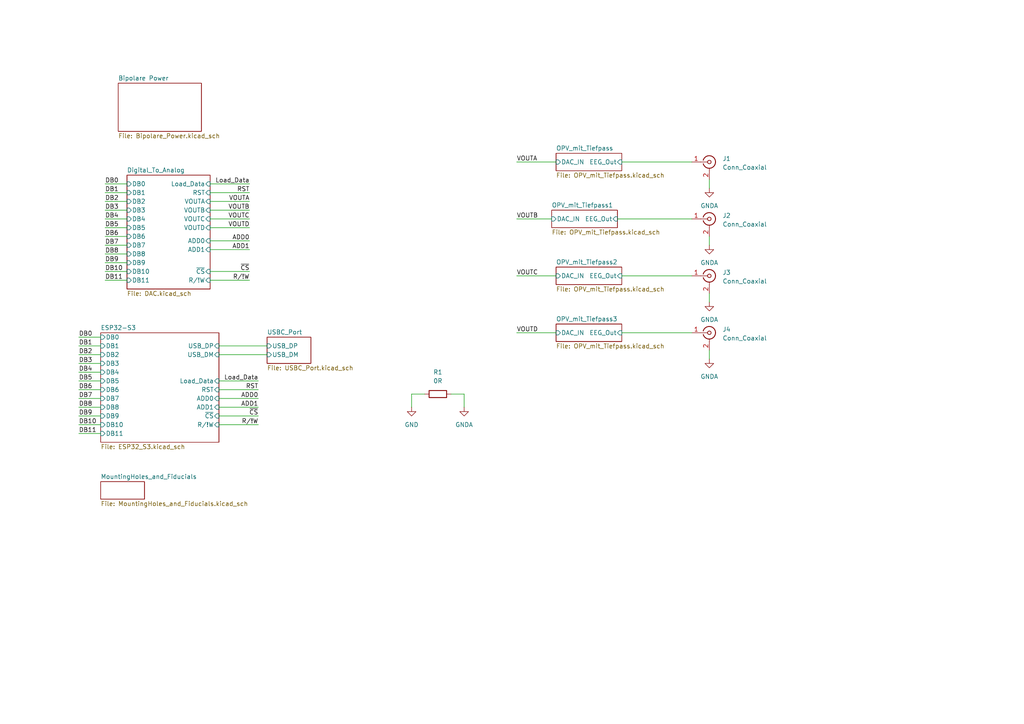
<source format=kicad_sch>
(kicad_sch (version 20231120) (generator "eeschema") (generator_version "8.0")
  (paper "A4")
  (lib_symbols
    (symbol "Connector:Conn_Coaxial" (pin_names (offset 1.016) hide)
      (property "Reference" "J" (at 0.254 3.048 0))
      (property "Value" "Conn_Coaxial" (at 2.921 0 90))
      (symbol "Conn_Coaxial_0_1"
        (arc (start -1.778 -0.508) (mid 0.2311 -1.8066) (end 1.778 0) (stroke (width 0.254)))
        (polyline (pts (xy -2.54 0) (xy -0.508 0)))
        (polyline (pts (xy 0 -2.54) (xy 0 -1.778)))
        (circle (center 0 0) (radius 0.508) (stroke (width 0.2032)))
        (arc (start 1.778 0) (mid 0.2099 1.8101) (end -1.778 0.508) (stroke (width 0.254)))
      )
      (symbol "Conn_Coaxial_1_1"
        (pin passive line (at -5.08 0 0) (length 2.54) (name "In") (number "1"))
        (pin passive line (at 0 -5.08 90) (length 2.54) (name "Ext") (number "2"))
      )
    )
    (symbol "Device:R" (pin_numbers hide) (pin_names (offset 0))
      (property "Reference" "R" (at 2.032 0 90))
      (property "Value" "R" (at 0 0 90))
      (symbol "R_0_1"
        (rectangle (start -1.016 -2.54) (end 1.016 2.54) (stroke (width 0.254)))
      )
      (symbol "R_1_1"
        (pin passive line (at 0 3.81 270) (length 1.27) (name "~") (number "1"))
        (pin passive line (at 0 -3.81 90) (length 1.27) (name "~") (number "2"))
      )
    )
    (symbol "power:GND" (power) (pin_numbers hide) (pin_names (offset 0) hide)
      (property "Value" "GND" (at 0 -3.81 0))
      (symbol "GND_0_1"
        (polyline (pts (xy 0 0) (xy 0 -1.27) (xy 1.27 -1.27) (xy 0 -2.54) (xy -1.27 -1.27) (xy 0 -1.27)))
      )
      (symbol "GND_1_1"
        (pin power_in line (at 0 0 270) (length 0) (name "~") (number "1"))
      )
    )
    (symbol "power:GNDA" (power) (pin_numbers hide) (pin_names (offset 0) hide)
      (property "Value" "GNDA" (at 0 -3.81 0))
      (symbol "GNDA_0_1"
        (polyline (pts (xy 0 0) (xy 0 -1.27) (xy 1.27 -1.27) (xy 0 -2.54) (xy -1.27 -1.27) (xy 0 -1.27)))
      )
      (symbol "GNDA_1_1"
        (pin power_in line (at 0 0 270) (length 0) (name "~") (number "1"))
      )
    )
  )
  (wire (pts (xy 161.29 46.99) (xy 149.86 46.99)))
  (wire (pts (xy 30.48 78.74) (xy 36.83 78.74)))
  (wire (pts (xy 205.74 104.14) (xy 205.74 101.6)))
  (wire (pts (xy 22.86 107.95) (xy 29.21 107.95)))
  (wire (pts (xy 119.38 118.11) (xy 119.38 114.3)))
  (wire (pts (xy 22.86 105.41) (xy 29.21 105.41)))
  (wire (pts (xy 161.29 96.52) (xy 149.86 96.52)))
  (wire (pts (xy 30.48 71.12) (xy 36.83 71.12)))
  (wire (pts (xy 60.96 63.5) (xy 72.39 63.5)))
  (wire (pts (xy 74.93 113.03) (xy 63.5 113.03)))
  (wire (pts (xy 22.86 115.57) (xy 29.21 115.57)))
  (wire (pts (xy 63.5 123.19) (xy 74.93 123.19)))
  (wire (pts (xy 30.48 53.34) (xy 36.83 53.34)))
  (wire (pts (xy 30.48 66.04) (xy 36.83 66.04)))
  (wire (pts (xy 179.07 63.5) (xy 200.66 63.5)))
  (wire (pts (xy 30.48 81.28) (xy 36.83 81.28)))
  (wire (pts (xy 22.86 113.03) (xy 29.21 113.03)))
  (wire (pts (xy 63.5 118.11) (xy 74.93 118.11)))
  (wire (pts (xy 180.34 80.01) (xy 200.66 80.01)))
  (wire (pts (xy 22.86 102.87) (xy 29.21 102.87)))
  (wire (pts (xy 60.96 58.42) (xy 72.39 58.42)))
  (wire (pts (xy 30.48 73.66) (xy 36.83 73.66)))
  (wire (pts (xy 22.86 110.49) (xy 29.21 110.49)))
  (wire (pts (xy 22.86 125.73) (xy 29.21 125.73)))
  (wire (pts (xy 63.5 102.87) (xy 77.47 102.87)))
  (wire (pts (xy 30.48 55.88) (xy 36.83 55.88)))
  (wire (pts (xy 63.5 120.65) (xy 74.93 120.65)))
  (wire (pts (xy 22.86 100.33) (xy 29.21 100.33)))
  (wire (pts (xy 60.96 81.28) (xy 72.39 81.28)))
  (wire (pts (xy 60.96 78.74) (xy 72.39 78.74)))
  (wire (pts (xy 160.02 63.5) (xy 149.86 63.5)))
  (wire (pts (xy 63.5 110.49) (xy 74.93 110.49)))
  (wire (pts (xy 30.48 58.42) (xy 36.83 58.42)))
  (wire (pts (xy 134.62 114.3) (xy 130.81 114.3)))
  (wire (pts (xy 30.48 63.5) (xy 36.83 63.5)))
  (wire (pts (xy 63.5 100.33) (xy 77.47 100.33)))
  (wire (pts (xy 30.48 76.2) (xy 36.83 76.2)))
  (wire (pts (xy 22.86 123.19) (xy 29.21 123.19)))
  (wire (pts (xy 60.96 53.34) (xy 72.39 53.34)))
  (wire (pts (xy 134.62 114.3) (xy 134.62 118.11)))
  (wire (pts (xy 30.48 60.96) (xy 36.83 60.96)))
  (wire (pts (xy 180.34 96.52) (xy 200.66 96.52)))
  (wire (pts (xy 22.86 97.79) (xy 29.21 97.79)))
  (wire (pts (xy 63.5 115.57) (xy 74.93 115.57)))
  (wire (pts (xy 205.74 54.61) (xy 205.74 52.07)))
  (wire (pts (xy 180.34 46.99) (xy 200.66 46.99)))
  (wire (pts (xy 161.29 80.01) (xy 149.86 80.01)))
  (wire (pts (xy 60.96 72.39) (xy 72.39 72.39)))
  (wire (pts (xy 30.48 68.58) (xy 36.83 68.58)))
  (wire (pts (xy 119.38 114.3) (xy 123.19 114.3)))
  (wire (pts (xy 60.96 60.96) (xy 72.39 60.96)))
  (wire (pts (xy 205.74 87.63) (xy 205.74 85.09)))
  (wire (pts (xy 22.86 120.65) (xy 29.21 120.65)))
  (wire (pts (xy 60.96 66.04) (xy 72.39 66.04)))
  (wire (pts (xy 205.74 71.12) (xy 205.74 68.58)))
  (wire (pts (xy 60.96 69.85) (xy 72.39 69.85)))
  (wire (pts (xy 22.86 118.11) (xy 29.21 118.11)))
  (wire (pts (xy 72.39 55.88) (xy 60.96 55.88)))
  (label "DB4" (at 22.86 107.95 0))
  (label "DB5" (at 30.48 66.04 0))
  (label "DB10" (at 30.48 78.74 0))
  (label "DB8" (at 30.48 73.66 0))
  (label "DB9" (at 30.48 76.2 0))
  (label "~{CS}" (at 72.39 78.74 180))
  (label "DB2" (at 22.86 102.87 0))
  (label "RST" (at 74.93 113.03 180))
  (label "DB4" (at 30.48 63.5 0))
  (label "VOUTB" (at 72.39 60.96 180))
  (label "DB8" (at 22.86 118.11 0))
  (label "DB11" (at 22.86 125.73 0))
  (label "DB1" (at 22.86 100.33 0))
  (label "R{slash}!W" (at 74.93 123.19 180))
  (label "~{CS}" (at 74.93 120.65 180))
  (label "VOUTC" (at 149.86 80.01 0))
  (label "ADD1" (at 74.93 118.11 180))
  (label "DB6" (at 22.86 113.03 0))
  (label "RST" (at 72.39 55.88 180))
  (label "ADD1" (at 72.39 72.39 180))
  (label "DB1" (at 30.48 55.88 0))
  (label "DB3" (at 30.48 60.96 0))
  (label "DB0" (at 30.48 53.34 0))
  (label "VOUTD" (at 149.86 96.52 0))
  (label "DB0" (at 22.86 97.79 0))
  (label "DB11" (at 30.48 81.28 0))
  (label "Load_Data" (at 72.39 53.34 180))
  (label "Load_Data" (at 74.93 110.49 180))
  (label "DB3" (at 22.86 105.41 0))
  (label "VOUTC" (at 72.39 63.5 180))
  (label "VOUTD" (at 72.39 66.04 180))
  (label "VOUTB" (at 149.86 63.5 0))
  (label "ADD0" (at 72.39 69.85 180))
  (label "DB2" (at 30.48 58.42 0))
  (label "DB7" (at 30.48 71.12 0))
  (label "ADD0" (at 74.93 115.57 180))
  (label "DB10" (at 22.86 123.19 0))
  (label "VOUTA" (at 149.86 46.99 0))
  (label "VOUTA" (at 72.39 58.42 180))
  (label "DB9" (at 22.86 120.65 0))
  (label "DB5" (at 22.86 110.49 0))
  (label "DB7" (at 22.86 115.57 0))
  (label "DB6" (at 30.48 68.58 0))
  (label "R{slash}!W" (at 72.39 81.28 180))
  (symbol (lib_id "power:GNDA") (at 205.74 54.61 0) (unit 1)
    (property "Reference" "#PWR03" (effects (hide yes)))
    (property "Value" "GNDA" (at 205.74 59.69 0))
    (property "Description" "Power symbol creates a global label with name \"GNDA\" , analog ground" (effects (hide yes)))
  )
  (symbol (lib_id "power:GNDA") (at 205.74 71.12 0) (unit 1)
    (property "Reference" "#PWR04" (effects (hide yes)))
    (property "Value" "GNDA" (at 205.74 76.2 0))
    (property "Description" "Power symbol creates a global label with name \"GNDA\" , analog ground" (effects (hide yes)))
  )
  (symbol (lib_id "power:GNDA") (at 134.62 118.11 0) (unit 1)
    (property "Reference" "#PWR02" (effects (hide yes)))
    (property "Value" "GNDA" (at 134.62 123.19 0))
    (property "Description" "Power symbol creates a global label with name \"GNDA\" , analog ground" (effects (hide yes)))
  )
  (symbol (lib_id "Connector:Conn_Coaxial") (at 205.74 63.5 0) (unit 1)
    (property "Reference" "J2" (at 209.55 62.5231 0) (effects (justify left)))
    (property "Value" "Conn_Coaxial" (at 209.55 65.0631 0) (effects (justify left)))
    (property "Footprint" "Stecker:BNC_THT_Socket" (effects (hide yes)))
    (property "Description" "coaxial connector (BNC, SMA, SMB, SMC, Cinch/RCA, LEMO, ...)" (effects (hide yes)))
  )
  (symbol (lib_id "Connector:Conn_Coaxial") (at 205.74 46.99 0) (unit 1)
    (property "Reference" "J1" (at 209.55 46.0131 0) (effects (justify left)))
    (property "Value" "Conn_Coaxial" (at 209.55 48.5531 0) (effects (justify left)))
    (property "Footprint" "Stecker:BNC_THT_Socket" (effects (hide yes)))
    (property "Description" "coaxial connector (BNC, SMA, SMB, SMC, Cinch/RCA, LEMO, ...)" (effects (hide yes)))
  )
  (symbol (lib_id "power:GNDA") (at 205.74 87.63 0) (unit 1)
    (property "Reference" "#PWR05" (effects (hide yes)))
    (property "Value" "GNDA" (at 205.74 92.71 0))
    (property "Description" "Power symbol creates a global label with name \"GNDA\" , analog ground" (effects (hide yes)))
  )
  (symbol (lib_id "Device:R") (at 127 114.3 90) (unit 1)
    (property "Reference" "R1" (at 127 107.95 90))
    (property "Value" "0R" (at 127 110.49 90))
    (property "Footprint" "Resistor_SMD:R_0805_2012Metric_Pad1.20x1.40mm_HandSolder" (effects (hide yes)))
    (property "Description" "Resistor" (effects (hide yes)))
  )
  (symbol (lib_id "Connector:Conn_Coaxial") (at 205.74 96.52 0) (unit 1)
    (property "Reference" "J4" (at 209.55 95.5431 0) (effects (justify left)))
    (property "Value" "Conn_Coaxial" (at 209.55 98.0831 0) (effects (justify left)))
    (property "Footprint" "Stecker:BNC_THT_Socket" (effects (hide yes)))
    (property "Description" "coaxial connector (BNC, SMA, SMB, SMC, Cinch/RCA, LEMO, ...)" (effects (hide yes)))
  )
  (symbol (lib_id "Connector:Conn_Coaxial") (at 205.74 80.01 0) (unit 1)
    (property "Reference" "J3" (at 209.55 79.0331 0) (effects (justify left)))
    (property "Value" "Conn_Coaxial" (at 209.55 81.5731 0) (effects (justify left)))
    (property "Footprint" "Stecker:BNC_THT_Socket" (effects (hide yes)))
    (property "Description" "coaxial connector (BNC, SMA, SMB, SMC, Cinch/RCA, LEMO, ...)" (effects (hide yes)))
  )
  (symbol (lib_id "power:GNDA") (at 205.74 104.14 0) (unit 1)
    (property "Reference" "#PWR06" (effects (hide yes)))
    (property "Value" "GNDA" (at 205.74 109.22 0))
    (property "Description" "Power symbol creates a global label with name \"GNDA\" , analog ground" (effects (hide yes)))
  )
  (symbol (lib_id "power:GND") (at 119.38 118.11 0) (unit 1)
    (property "Reference" "#PWR01" (effects (hide yes)))
    (property "Value" "GND" (at 119.38 123.19 0))
    (property "Description" "Power symbol creates a global label with name \"GND\" , ground" (effects (hide yes)))
  )
  (sheet (at 29.21 96.52) (size 34.29 31.75) (stroke (width 0.1524))
    (property "Sheetname" "ESP32-S3" (at 29.21 95.8084 0) (effects (justify left bottom)))
    (property "Sheetfile" "ESP32_S3.kicad_sch" (at 29.21 128.8546 0) (effects (justify left top)))
    (pin "USB_DP" input (at 63.5 100.33 0))
    (pin "USB_DM" input (at 63.5 102.87 0))
    (pin "DB0" input (at 29.21 97.79 180))
    (pin "DB3" input (at 29.21 105.41 180))
    (pin "DB1" input (at 29.21 100.33 180))
    (pin "DB4" input (at 29.21 107.95 180))
    (pin "DB5" input (at 29.21 110.49 180))
    (pin "DB2" input (at 29.21 102.87 180))
    (pin "DB6" input (at 29.21 113.03 180))
    (pin "DB7" input (at 29.21 115.57 180))
    (pin "DB8" input (at 29.21 118.11 180))
    (pin "DB9" input (at 29.21 120.65 180))
    (pin "DB10" input (at 29.21 123.19 180))
    (pin "DB11" input (at 29.21 125.73 180))
    (pin "ADD0" input (at 63.5 115.57 0))
    (pin "Load_Data" input (at 63.5 110.49 0))
    (pin "RST" input (at 63.5 113.03 0))
    (pin "ADD1" input (at 63.5 118.11 0))
    (pin "~{CS}" input (at 63.5 120.65 0))
    (pin "R{slash}!W" input (at 63.5 123.19 0))
  )
  (sheet (at 36.83 50.8) (size 24.13 33.02) (stroke (width 0.1524))
    (property "Sheetname" "Digital_To_Analog" (at 36.83 50.0884 0) (effects (justify left bottom)))
    (property "Sheetfile" "DAC.kicad_sch" (at 36.83 84.4046 0) (effects (justify left top)))
    (pin "DB0" input (at 36.83 53.34 180))
    (pin "Load_Data" input (at 60.96 53.34 0))
    (pin "RST" input (at 60.96 55.88 0))
    (pin "DB1" input (at 36.83 55.88 180))
    (pin "VOUTB" input (at 60.96 60.96 0))
    (pin "VOUTA" input (at 60.96 58.42 0))
    (pin "DB3" input (at 36.83 60.96 180))
    (pin "DB5" input (at 36.83 66.04 180))
    (pin "DB2" input (at 36.83 58.42 180))
    (pin "DB6" input (at 36.83 68.58 180))
    (pin "DB4" input (at 36.83 63.5 180))
    (pin "VOUTD" input (at 60.96 66.04 0))
    (pin "DB9" input (at 36.83 76.2 180))
    (pin "DB8" input (at 36.83 73.66 180))
    (pin "DB7" input (at 36.83 71.12 180))
    (pin "R{slash}!W" input (at 60.96 81.28 0))
    (pin "DB10" input (at 36.83 78.74 180))
    (pin "ADD1" input (at 60.96 72.39 0))
    (pin "DB11" input (at 36.83 81.28 180))
    (pin "ADD0" input (at 60.96 69.85 0))
    (pin "~{CS}" input (at 60.96 78.74 0))
    (pin "VOUTC" input (at 60.96 63.5 0))
  )
  (sheet (at 34.29 24.13) (size 24.13 13.97) (stroke (width 0.1524))
    (property "Sheetname" "Bipolare Power" (at 34.29 23.4184 0) (effects (justify left bottom)))
    (property "Sheetfile" "Bipolare_Power.kicad_sch" (at 34.29 38.6846 0) (effects (justify left top)))
  )
  (sheet (at 161.29 44.45) (size 19.05 5.08) (stroke (width 0.1524))
    (property "Sheetname" "OPV_mit_Tiefpass" (at 161.29 43.7384 0) (effects (justify left bottom)))
    (property "Sheetfile" "OPV_mit_Tiefpass.kicad_sch" (at 161.29 50.1146 0) (effects (justify left top)))
    (pin "DAC_IN" input (at 161.29 46.99 180))
    (pin "EEG_Out" input (at 180.34 46.99 0))
  )
  (sheet (at 77.47 97.79) (size 12.7 7.62) (stroke (width 0.1524))
    (property "Sheetname" "USBC_Port" (at 77.47 97.0784 0) (effects (justify left bottom)))
    (property "Sheetfile" "USBC_Port.kicad_sch" (at 77.47 105.9946 0) (effects (justify left top)))
    (pin "USB_DM" input (at 77.47 102.87 180))
    (pin "USB_DP" input (at 77.47 100.33 180))
  )
  (sheet (at 160.02 60.96) (size 19.05 5.08) (stroke (width 0.1524))
    (property "Sheetname" "OPV_mit_Tiefpass1" (at 160.02 60.2484 0) (effects (justify left bottom)))
    (property "Sheetfile" "OPV_mit_Tiefpass.kicad_sch" (at 160.02 66.6246 0) (effects (justify left top)))
    (pin "DAC_IN" input (at 160.02 63.5 180))
    (pin "EEG_Out" input (at 179.07 63.5 0))
  )
  (sheet (at 161.29 77.47) (size 19.05 5.08) (stroke (width 0.1524))
    (property "Sheetname" "OPV_mit_Tiefpass2" (at 161.29 76.7584 0) (effects (justify left bottom)))
    (property "Sheetfile" "OPV_mit_Tiefpass.kicad_sch" (at 161.29 83.1346 0) (effects (justify left top)))
    (pin "DAC_IN" input (at 161.29 80.01 180))
    (pin "EEG_Out" input (at 180.34 80.01 0))
  )
  (sheet (at 29.21 139.7) (size 12.7 5.08) (stroke (width 0.1524))
    (property "Sheetname" "MountingHoles_and_Fiducials" (at 29.21 138.9884 0) (effects (justify left bottom)))
    (property "Sheetfile" "MountingHoles_and_Fiducials.kicad_sch" (at 29.21 145.3646 0) (effects (justify left top)))
  )
  (sheet (at 161.29 93.98) (size 19.05 5.08) (stroke (width 0.1524))
    (property "Sheetname" "OPV_mit_Tiefpass3" (at 161.29 93.2684 0) (effects (justify left bottom)))
    (property "Sheetfile" "OPV_mit_Tiefpass.kicad_sch" (at 161.29 99.6446 0) (effects (justify left top)))
    (pin "DAC_IN" input (at 161.29 96.52 180))
    (pin "EEG_Out" input (at 180.34 96.52 0))
  )
)
</source>
